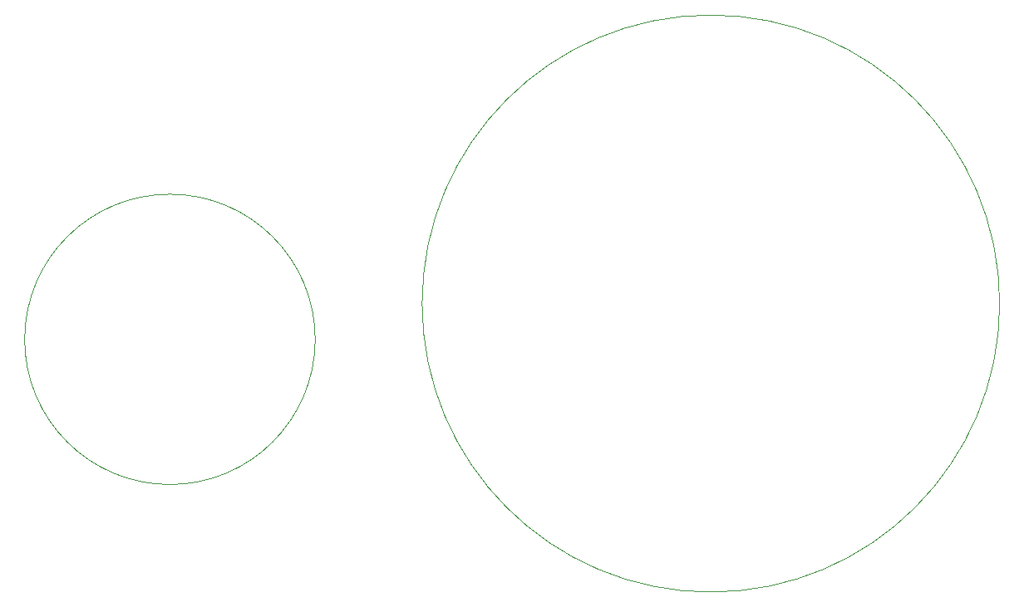
<source format=gm1>
G04 #@! TF.GenerationSoftware,KiCad,Pcbnew,8.0.6*
G04 #@! TF.CreationDate,2025-05-06T14:55:23+02:00*
G04 #@! TF.ProjectId,Panelized,50616e65-6c69-47a6-9564-2e6b69636164,rev?*
G04 #@! TF.SameCoordinates,Original*
G04 #@! TF.FileFunction,Profile,NP*
%FSLAX46Y46*%
G04 Gerber Fmt 4.6, Leading zero omitted, Abs format (unit mm)*
G04 Created by KiCad (PCBNEW 8.0.6) date 2025-05-06 14:55:23*
%MOMM*%
%LPD*%
G01*
G04 APERTURE LIST*
G04 #@! TA.AperFunction,Profile*
%ADD10C,0.050000*%
G04 #@! TD*
G04 #@! TA.AperFunction,Profile*
%ADD11C,0.100000*%
G04 #@! TD*
G04 APERTURE END LIST*
D10*
X115457502Y-100272499D02*
G75*
G02*
X85857502Y-100272499I-14800000J0D01*
G01*
X85857502Y-100272499D02*
G75*
G02*
X115457502Y-100272499I14800000J0D01*
G01*
D11*
X185176740Y-96621707D02*
G75*
G02*
X126344354Y-96621707I-29416193J0D01*
G01*
X126344354Y-96621707D02*
G75*
G02*
X185176740Y-96621707I29416193J0D01*
G01*
M02*

</source>
